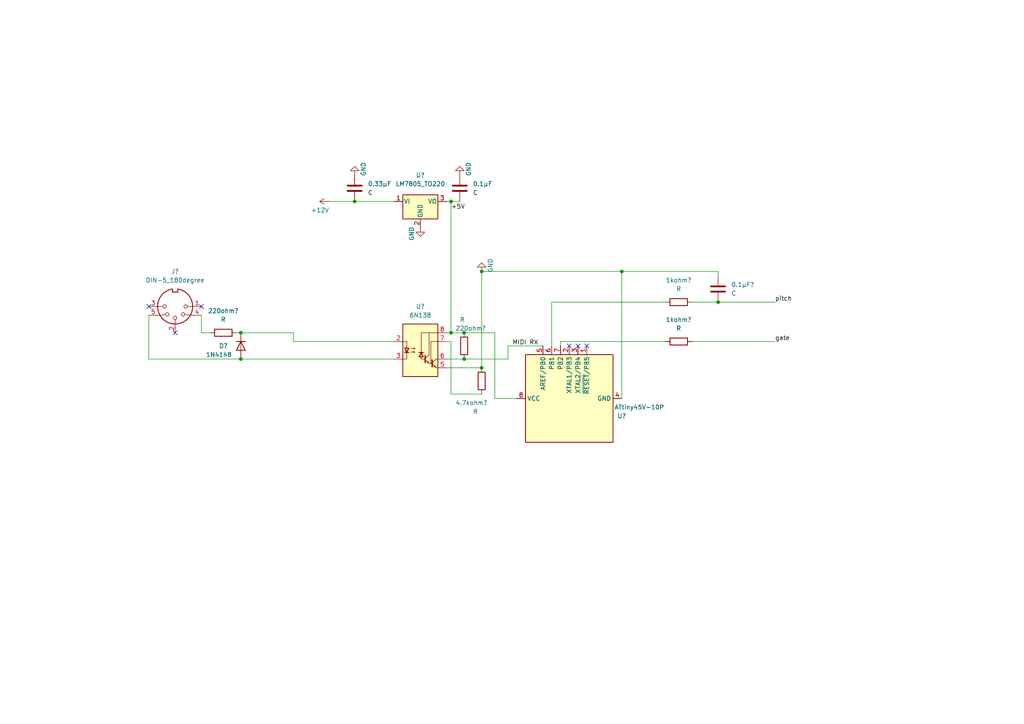
<source format=kicad_sch>
(kicad_sch (version 20211123) (generator eeschema)
  (paper "A4")
  (lib_symbols
    (symbol "Connector:DIN-5_180degree" (pin_names (offset 1.016))
      (property "Reference" "J" (at 3.175 5.715 0))
      (property "Value" "DIN-5_180degree" (at 0 -6.35 0))
      (symbol "DIN-5_180degree_0_1"
        (arc (start -5.08 0) (mid -3.8609 -3.3364) (end -0.762 -5.08) (stroke (width 0.254)))
        (circle (center -3.048 0) (radius 0.508))
        (circle (center -2.286 2.286) (radius 0.508))
        (polyline (pts (xy -5.08 0) (xy -3.556 0)))
        (polyline (pts (xy 0 5.08) (xy 0 3.81)))
        (polyline (pts (xy 5.08 0) (xy 3.556 0)))
        (polyline (pts (xy -5.08 2.54) (xy -4.318 2.54) (xy -2.794 2.286)))
        (polyline (pts (xy 5.08 2.54) (xy 4.318 2.54) (xy 2.794 2.286)))
        (polyline (pts (xy -0.762 -4.953) (xy -0.762 -4.191) (xy 0.762 -4.191) (xy 0.762 -4.953)) (stroke (width 0.254)))
        (circle (center 0 3.302) (radius 0.508))
        (arc (start 0.762 -5.08) (mid 3.8685 -3.343) (end 5.08 0) (stroke (width 0.254)))
        (circle (center 2.286 2.286) (radius 0.508))
        (circle (center 3.048 0) (radius 0.508))
        (arc (start 5.08 0) (mid 0 5.08) (end -5.08 0) (stroke (width 0.254)))
      )
      (symbol "DIN-5_180degree_1_1"
        (pin passive line (at -7.62 0 0) (length 2.54) (name "~") (number "1"))
        (pin passive line (at 0 7.62 270) (length 2.54) (name "~") (number "2"))
        (pin passive line (at 7.62 0 180) (length 2.54) (name "~") (number "3"))
        (pin passive line (at -7.62 2.54 0) (length 2.54) (name "~") (number "4"))
        (pin passive line (at 7.62 2.54 180) (length 2.54) (name "~") (number "5"))
      )
    )
    (symbol "Device:C" (pin_numbers hide) (pin_names (offset 0.254))
      (property "Reference" "C" (at 0.635 2.54 0))
      (property "Value" "C" (at 0.635 -2.54 0))
      (symbol "C_0_1"
        (polyline (pts (xy -2.032 -0.762) (xy 2.032 -0.762)) (stroke (width 0.508)))
        (polyline (pts (xy -2.032 0.762) (xy 2.032 0.762)) (stroke (width 0.508)))
      )
      (symbol "C_1_1"
        (pin passive line (at 0 3.81 270) (length 2.794) (name "~") (number "1"))
        (pin passive line (at 0 -3.81 90) (length 2.794) (name "~") (number "2"))
      )
    )
    (symbol "Device:R" (pin_numbers hide) (pin_names (offset 0))
      (property "Reference" "R" (at 2.032 0 90))
      (property "Value" "R" (at 0 0 90))
      (symbol "R_0_1"
        (rectangle (start -1.016 -2.54) (end 1.016 2.54) (stroke (width 0.254)))
      )
      (symbol "R_1_1"
        (pin passive line (at 0 3.81 270) (length 1.27) (name "~") (number "1"))
        (pin passive line (at 0 -3.81 90) (length 1.27) (name "~") (number "2"))
      )
    )
    (symbol "Diode:1N4148" (pin_numbers hide) (pin_names hide)
      (property "Reference" "D" (at 0 2.54 0))
      (property "Value" "1N4148" (at 0 -2.54 0))
      (symbol "1N4148_0_1"
        (polyline (pts (xy -1.27 1.27) (xy -1.27 -1.27)) (stroke (width 0.254)))
        (polyline (pts (xy 1.27 0) (xy -1.27 0)))
        (polyline (pts (xy 1.27 1.27) (xy 1.27 -1.27) (xy -1.27 0) (xy 1.27 1.27)) (stroke (width 0.254)))
      )
      (symbol "1N4148_1_1"
        (pin passive line (at -3.81 0 0) (length 2.54) (name "K") (number "1"))
        (pin passive line (at 3.81 0 180) (length 2.54) (name "A") (number "2"))
      )
    )
    (symbol "Isolator:6N138" (pin_names (offset 1.016) hide)
      (property "Reference" "U" (at -4.064 8.89 0))
      (property "Value" "6N138" (at 2.286 8.89 0))
      (symbol "6N138_0_1"
        (rectangle (start -5.08 7.62) (end 5.08 -7.62) (stroke (width 0.254)) (fill (type background)))
        (polyline (pts (xy -4.572 -0.635) (xy -3.302 -0.635)) (stroke (width 0.254)))
        (polyline (pts (xy 0.889 -0.635) (xy -0.381 -0.635)) (stroke (width 0.254)))
        (polyline (pts (xy 1.397 -2.667) (xy 2.54 -3.81)))
        (polyline (pts (xy 1.397 -2.413) (xy 2.54 -1.27)))
        (polyline (pts (xy 2.54 -3.81) (xy 3.175 -3.81)))
        (polyline (pts (xy 3.429 -3.937) (xy 4.572 -5.08)))
        (polyline (pts (xy 3.429 -3.683) (xy 4.572 -2.54)))
        (polyline (pts (xy 4.572 -5.08) (xy 5.08 -5.08)))
        (polyline (pts (xy 4.572 -2.54) (xy 5.08 -2.54)))
        (polyline (pts (xy 1.397 -1.524) (xy 1.397 -3.556) (xy 1.397 -3.556)) (stroke (width 0.3556)))
        (polyline (pts (xy 2.54 -1.27) (xy 2.54 5.08) (xy 5.08 5.08)))
        (polyline (pts (xy 3.429 -2.794) (xy 3.429 -4.826) (xy 3.429 -4.826)) (stroke (width 0.3556)))
        (polyline (pts (xy 5.08 2.54) (xy 3.048 2.54) (xy 3.048 -3.81)))
        (polyline (pts (xy -5.08 -2.54) (xy -3.937 -2.54) (xy -3.937 2.54) (xy -5.08 2.54)))
        (polyline (pts (xy -3.937 -0.635) (xy -4.572 0.635) (xy -3.302 0.635) (xy -3.937 -0.635)) (stroke (width 0.254)))
        (polyline (pts (xy 0.254 -0.635) (xy 0.889 -1.905) (xy -0.381 -1.905) (xy 0.254 -0.635)) (stroke (width 0.254)))
        (polyline (pts (xy 1.27 -2.54) (xy 0.254 -2.54) (xy 0.254 5.08) (xy 2.54 5.08)))
        (polyline (pts (xy 2.413 -3.683) (xy 2.159 -3.175) (xy 1.905 -3.429) (xy 2.413 -3.683)))
        (polyline (pts (xy 4.445 -4.953) (xy 4.191 -4.445) (xy 3.937 -4.699) (xy 4.445 -4.953)))
        (polyline (pts (xy -2.794 -0.508) (xy -1.524 -0.508) (xy -1.905 -0.635) (xy -1.905 -0.381) (xy -1.524 -0.508)))
        (polyline (pts (xy -2.794 0.508) (xy -1.524 0.508) (xy -1.905 0.381) (xy -1.905 0.635) (xy -1.524 0.508)))
      )
      (symbol "6N138_1_1"
        (pin no_connect line (at -5.08 5.08 0) (length 2.54) hide (name "NC") (number "1"))
        (pin passive line (at -7.62 2.54 0) (length 2.54) (name "C1") (number "2"))
        (pin passive line (at -7.62 -2.54 0) (length 2.54) (name "C2") (number "3"))
        (pin no_connect line (at -5.08 -5.08 0) (length 2.54) hide (name "NC") (number "4"))
        (pin passive line (at 7.62 -5.08 180) (length 2.54) (name "GND") (number "5"))
        (pin passive line (at 7.62 -2.54 180) (length 2.54) (name "VO2") (number "6"))
        (pin passive line (at 7.62 2.54 180) (length 2.54) (name "VO1") (number "7"))
        (pin passive line (at 7.62 5.08 180) (length 2.54) (name "VCC") (number "8"))
      )
    )
    (symbol "MCU_Microchip_ATtiny:ATtiny45V-10P"
      (property "Reference" "U" (at -12.7 13.97 0))
      (property "Value" "ATtiny45V-10P" (at 2.54 -13.97 0))
      (symbol "ATtiny45V-10P_0_1"
        (rectangle (start -12.7 -12.7) (end 12.7 12.7) (stroke (width 0.254)) (fill (type background)))
      )
      (symbol "ATtiny45V-10P_1_1"
        (pin bidirectional line (at 15.24 -5.08 180) (length 2.54) (name "~{RESET}/PB5") (number "1"))
        (pin bidirectional line (at 15.24 0 180) (length 2.54) (name "XTAL1/PB3") (number "2"))
        (pin bidirectional line (at 15.24 -2.54 180) (length 2.54) (name "XTAL2/PB4") (number "3"))
        (pin power_in line (at 0 -15.24 90) (length 2.54) (name "GND") (number "4"))
        (pin bidirectional line (at 15.24 7.62 180) (length 2.54) (name "AREF/PB0") (number "5"))
        (pin bidirectional line (at 15.24 5.08 180) (length 2.54) (name "PB1") (number "6"))
        (pin bidirectional line (at 15.24 2.54 180) (length 2.54) (name "PB2") (number "7"))
        (pin power_in line (at 0 15.24 270) (length 2.54) (name "VCC") (number "8"))
      )
    )
    (symbol "Regulator_Linear:LM7805_TO220" (pin_names (offset 0.254))
      (property "Reference" "U" (at -3.81 3.175 0))
      (property "Value" "LM7805_TO220" (at 0 3.175 0))
      (symbol "LM7805_TO220_0_1"
        (rectangle (start -5.08 1.905) (end 5.08 -5.08) (stroke (width 0.254)) (fill (type background)))
      )
      (symbol "LM7805_TO220_1_1"
        (pin power_in line (at -7.62 0 0) (length 2.54) (name "VI") (number "1"))
        (pin power_in line (at 0 -7.62 90) (length 2.54) (name "GND") (number "2"))
        (pin power_out line (at 7.62 0 180) (length 2.54) (name "VO") (number "3"))
      )
    )
    (symbol "power:+12V" (power) (pin_names (offset 0))
      (property "Value" "+12V" (at 0 3.556 0))
      (symbol "+12V_0_1"
        (polyline (pts (xy -0.762 1.27) (xy 0 2.54)))
        (polyline (pts (xy 0 0) (xy 0 2.54)))
        (polyline (pts (xy 0 2.54) (xy 0.762 1.27)))
      )
      (symbol "+12V_1_1"
        (pin power_in line (at 0 0 90) (length 0) hide (name "+12V") (number "1"))
      )
    )
    (symbol "power:GND" (power) (pin_names (offset 0))
      (property "Value" "GND" (at 0 -3.81 0))
      (symbol "GND_0_1"
        (polyline (pts (xy 0 0) (xy 0 -1.27) (xy 1.27 -1.27) (xy 0 -2.54) (xy -1.27 -1.27) (xy 0 -1.27)))
      )
      (symbol "GND_1_1"
        (pin power_in line (at 0 0 270) (length 0) hide (name "GND") (number "1"))
      )
    )
  )
  (junction (at 102.87 58.42))
  (junction (at 139.7 78.74))
  (junction (at 69.85 96.52))
  (junction (at 130.81 58.42))
  (junction (at 134.62 104.14))
  (junction (at 180.34 78.74))
  (junction (at 130.81 96.52))
  (junction (at 139.7 106.68))
  (junction (at 208.28 87.63))
  (junction (at 134.62 96.52))
  (junction (at 69.85 104.14))
  (no_connect (at 165.1 100.33))
  (no_connect (at 167.64 100.33))
  (no_connect (at 43.18 88.9))
  (no_connect (at 170.18 100.33))
  (no_connect (at 50.8 96.52))
  (no_connect (at 58.42 88.9))
  (wire (pts (xy 69.85 96.52) (xy 85.09 96.52)))
  (wire (pts (xy 129.54 104.14) (xy 134.62 104.14)))
  (wire (pts (xy 162.56 99.06) (xy 162.56 100.33)))
  (wire (pts (xy 130.81 99.06) (xy 129.54 99.06)))
  (wire (pts (xy 143.51 96.52) (xy 134.62 96.52)))
  (wire (pts (xy 200.66 87.63) (xy 208.28 87.63)))
  (wire (pts (xy 102.87 58.42) (xy 114.3 58.42)))
  (wire (pts (xy 130.81 58.42) (xy 133.35 58.42)))
  (wire (pts (xy 139.7 78.74) (xy 180.34 78.74)))
  (wire (pts (xy 143.51 115.57) (xy 149.86 115.57)))
  (wire (pts (xy 160.02 87.63) (xy 160.02 100.33)))
  (wire (pts (xy 130.81 96.52) (xy 129.54 96.52)))
  (wire (pts (xy 58.42 96.52) (xy 60.96 96.52)))
  (wire (pts (xy 129.54 58.42) (xy 130.81 58.42)))
  (wire (pts (xy 139.7 114.3) (xy 130.81 114.3)))
  (wire (pts (xy 95.25 58.42) (xy 102.87 58.42)))
  (wire (pts (xy 180.34 78.74) (xy 208.28 78.74)))
  (wire (pts (xy 130.81 114.3) (xy 130.81 99.06)))
  (wire (pts (xy 68.58 96.52) (xy 69.85 96.52)))
  (wire (pts (xy 139.7 78.74) (xy 139.7 106.68)))
  (wire (pts (xy 85.09 99.06) (xy 114.3 99.06)))
  (wire (pts (xy 143.51 96.52) (xy 143.51 115.57)))
  (wire (pts (xy 134.62 104.14) (xy 147.32 104.14)))
  (wire (pts (xy 43.18 91.44) (xy 43.18 104.14)))
  (wire (pts (xy 69.85 104.14) (xy 114.3 104.14)))
  (wire (pts (xy 208.28 87.63) (xy 224.79 87.63)))
  (wire (pts (xy 58.42 91.44) (xy 58.42 96.52)))
  (wire (pts (xy 200.66 99.06) (xy 224.79 99.06)))
  (wire (pts (xy 85.09 96.52) (xy 85.09 99.06)))
  (wire (pts (xy 180.34 78.74) (xy 180.34 115.57)))
  (wire (pts (xy 208.28 80.01) (xy 208.28 78.74)))
  (wire (pts (xy 130.81 58.42) (xy 130.81 96.52)))
  (wire (pts (xy 147.32 104.14) (xy 147.32 100.33)))
  (wire (pts (xy 43.18 104.14) (xy 69.85 104.14)))
  (wire (pts (xy 147.32 100.33) (xy 157.48 100.33)))
  (wire (pts (xy 162.56 99.06) (xy 193.04 99.06)))
  (wire (pts (xy 160.02 87.63) (xy 193.04 87.63)))
  (wire (pts (xy 130.81 96.52) (xy 134.62 96.52)))
  (wire (pts (xy 139.7 106.68) (xy 129.54 106.68)))
  (label "+5V" (at 130.81 60.96 0))
  (label "gate" (at 224.79 99.06 0))
  (label "pitch" (at 224.79 87.63 0))
  (label "MIDI RX" (at 148.59 100.33 0))
  (symbol (lib_id "Device:R") (at 134.62 100.33 180) (unit 1)
    (property "Reference" "220ohm?" (at 132.08 95.25 0) (effects (justify right)))
    (property "Value" "R" (at 133.35 92.71 0) (effects (justify right)))
  )
  (symbol (lib_id "Device:C") (at 208.28 83.82 0) (unit 1)
    (property "Reference" "0.1µF?" (at 212.09 82.5499 0) (effects (justify left)))
    (property "Value" "C" (at 212.09 85.0899 0) (effects (justify left)))
  )
  (symbol (lib_id "Regulator_Linear:LM7805_TO220") (at 121.92 58.42 0) (unit 1)
    (property "Reference" "U?" (at 121.92 50.8 0))
    (property "Value" "LM7805_TO220" (at 121.92 53.34 0))
    (property "Footprint" "Package_TO_SOT_THT:TO-220-3_Vertical" (effects hide))
    (property "Datasheet" "https://www.onsemi.cn/PowerSolutions/document/MC7800-D.PDF" (effects hide))
  )
  (symbol (lib_id "Device:R") (at 64.77 96.52 90) (unit 1)
    (property "Reference" "220ohm?" (at 64.77 90.17 90))
    (property "Value" "R" (at 64.77 92.71 90))
  )
  (symbol (lib_id "MCU_Microchip_ATtiny:ATtiny45V-10P") (at 165.1 115.57 90) (unit 1)
    (property "Reference" "U?" (at 180.34 120.65 90))
    (property "Value" "ATtiny45V-10P" (at 185.42 118.11 90))
    (property "Footprint" "Package_DIP:DIP-8_W7.62mm" (effects hide))
    (property "Datasheet" "http://ww1.microchip.com/downloads/en/DeviceDoc/atmel-2586-avr-8-bit-microcontroller-attiny25-attiny45-attiny85_datasheet.pdf" (effects hide))
  )
  (symbol (lib_id "power:GND") (at 121.92 66.04 0) (unit 1)
    (property "Reference" "#PWR?" (effects hide))
    (property "Value" "GND" (at 119.38 69.85 90) (effects (justify left)))
  )
  (symbol (lib_id "Device:R") (at 139.7 110.49 180) (unit 1)
    (property "Reference" "4.7kohm?" (at 132.08 116.84 0) (effects (justify right)))
    (property "Value" "R" (at 137.16 119.38 0) (effects (justify right)))
  )
  (symbol (lib_id "power:GND") (at 133.35 50.8 180) (unit 1)
    (property "Reference" "#PWR?" (effects hide))
    (property "Value" "GND" (at 135.89 46.99 90) (effects (justify left)))
  )
  (symbol (lib_id "Device:R") (at 196.85 99.06 90) (unit 1)
    (property "Reference" "1kohm?" (at 196.85 92.71 90))
    (property "Value" "R" (at 196.85 95.25 90))
  )
  (symbol (lib_id "Device:C") (at 133.35 54.61 0) (unit 1)
    (property "Reference" "0.1µF" (at 137.16 53.3399 0) (effects (justify left)))
    (property "Value" "C" (at 137.16 55.8799 0) (effects (justify left)))
  )
  (symbol (lib_id "power:+12V") (at 95.25 58.42 90) (unit 1)
    (property "Reference" "#PWR?" (effects hide))
    (property "Value" "+12V" (at 90.17 60.96 90) (effects (justify right)))
  )
  (symbol (lib_id "power:GND") (at 102.87 50.8 180) (unit 1)
    (property "Reference" "#PWR?" (effects hide))
    (property "Value" "GND" (at 105.41 46.99 90) (effects (justify left)))
  )
  (symbol (lib_id "Diode:1N4148") (at 69.85 100.33 270) (unit 1)
    (property "Reference" "D?" (at 63.5 100.33 90) (effects (justify left)))
    (property "Value" "1N4148" (at 59.69 102.87 90) (effects (justify left)))
    (property "Footprint" "Diode_THT:D_DO-35_SOD27_P7.62mm_Horizontal" (effects hide))
    (property "Datasheet" "https://assets.nexperia.com/documents/data-sheet/1N4148_1N4448.pdf" (effects hide))
  )
  (symbol (lib_id "Device:R") (at 196.85 87.63 90) (unit 1)
    (property "Reference" "1kohm?" (at 196.85 81.28 90))
    (property "Value" "R" (at 196.85 83.82 90))
  )
  (symbol (lib_id "power:GND") (at 139.7 78.74 180) (unit 1)
    (property "Reference" "#PWR?" (effects hide))
    (property "Value" "GND" (at 142.24 74.93 90) (effects (justify left)))
  )
  (symbol (lib_id "Isolator:6N138") (at 121.92 101.6 0) (unit 1)
    (property "Reference" "U?" (at 121.92 88.9 0))
    (property "Value" "6N138" (at 121.92 91.44 0))
    (property "Datasheet" "http://www.onsemi.com/pub/Collateral/HCPL2731-D.pdf" (effects hide))
  )
  (symbol (lib_id "Connector:DIN-5_180degree") (at 50.8 88.9 180) (unit 1)
    (property "Reference" "J?" (at 50.7999 78.74 0))
    (property "Value" "DIN-5_180degree" (at 50.8 81.28 0))
    (property "Datasheet" "http://www.mouser.com/ds/2/18/40_c091_abd_e-75918.pdf" (effects hide))
  )
  (symbol (lib_id "Device:C") (at 102.87 54.61 0) (unit 1)
    (property "Reference" "0.33µF" (at 106.68 53.3399 0) (effects (justify left)))
    (property "Value" "C" (at 106.68 55.8799 0) (effects (justify left)))
  )
)
</source>
